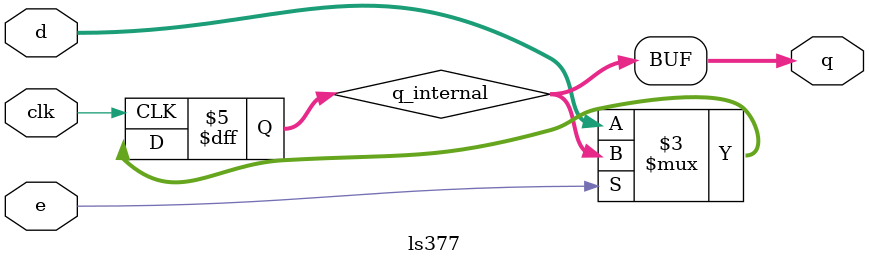
<source format=sv>

/*      _____________
      _|             |_
e    |_|1          20|_| VCC
      _|             |_                     
q(0) |_|2          19|_| q(7)
      _|             |_
d(0) |_|3          18|_| d(7)
      _|             |_
d(1) |_|4          17|_| d(6)
      _|             |_
q(1) |_|5          16|_| q(6)
      _|             |_
q(2) |_|6          15|_| q(5)
      _|             |_
d(2) |_|7          14|_| d(5)
      _|             |_
d(3) |_|8          13|_| d(4)
      _|             |_
q(3) |_|9          12|_| q(4)
      _|             |_
GND  |_|10         11|_| clk
       |_____________|
*/

module ls377
(
	input  [7:0] d,
	input        clk,
	input        e,
	output [7:0] q
);

reg [7:0] q_internal;

always_ff @(posedge clk) begin
	if(e)
		q_internal <= q_internal;
	else
		q_internal <= d;
end

assign q = q_internal;

endmodule

</source>
